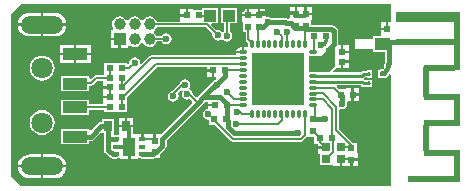
<source format=gtl>
%FSLAX44Y44*%
%MOMM*%
G71*
G01*
G75*
G04 Layer_Physical_Order=1*
G04 Layer_Color=255*
%ADD10C,0.3000*%
%ADD11C,0.4000*%
%ADD12R,1.0000X1.0000*%
%ADD13R,2.1000X1.0000*%
%ADD14R,0.6000X0.6000*%
%ADD15R,3.9400X0.5000*%
%ADD16R,0.5000X2.0000*%
%ADD17R,2.6400X0.5000*%
%ADD18R,4.9000X0.5000*%
%ADD19R,0.5000X5.0000*%
%ADD20R,4.9000X0.9000*%
%ADD21R,0.5000X2.7000*%
%ADD22R,2.2000X1.0500*%
%ADD23R,1.0500X1.0000*%
%ADD24R,0.7500X0.6500*%
%ADD25R,0.2500X0.4000*%
%ADD26O,0.7500X0.2800*%
%ADD27O,0.2800X0.7500*%
%ADD28R,4.5000X4.5000*%
%ADD29R,0.6000X0.3500*%
%ADD30R,1.0000X1.6000*%
%ADD31R,0.6000X0.6000*%
%ADD32R,0.7000X0.9000*%
%ADD33C,0.1500*%
%ADD34C,0.2500*%
%ADD35R,0.5000X0.2259*%
%ADD36R,0.1818X0.4999*%
%ADD37R,0.4999X0.3145*%
%ADD38R,0.2939X0.5000*%
%ADD39R,0.2119X0.5000*%
%ADD40R,0.5860X0.9000*%
%ADD41R,0.4872X0.5000*%
%ADD42R,0.4658X0.5000*%
%ADD43R,0.4997X0.1609*%
%ADD44R,0.3013X0.5000*%
%ADD45R,0.8000X0.3000*%
%ADD46R,0.1270X0.9398*%
%ADD47R,1.0000X0.1000*%
%ADD48R,0.1000X0.7000*%
%ADD49R,0.9000X0.3000*%
%ADD50R,0.2000X0.8000*%
%ADD51R,0.2000X0.7000*%
%ADD52R,0.2000X0.6000*%
%ADD53R,0.8000X0.2000*%
%ADD54R,1.2056X0.3999*%
%ADD55R,0.2000X1.1000*%
%ADD56R,1.0562X0.1836*%
%ADD57R,0.5334X0.2032*%
%ADD58C,1.8000*%
%ADD59O,3.6000X1.5000*%
%ADD60C,1.0000*%
%ADD61R,1.0000X1.0000*%
%ADD62C,0.6000*%
G36*
X2490017Y2539336D02*
X2492126Y2537084D01*
X2491531Y2536489D01*
X2491599Y2536421D01*
X2489976Y2535337D01*
X2488062Y2534956D01*
X2485776Y2538862D01*
X2485740Y2538898D01*
X2486600Y2539473D01*
X2487616Y2539675D01*
X2489078Y2539624D01*
Y2539725D01*
X2490017Y2539336D01*
D02*
G37*
G36*
X2495428Y2580898D02*
X2493126D01*
Y2575358D01*
X2492126D01*
Y2574358D01*
X2486586D01*
Y2569818D01*
D01*
Y2569818D01*
X2485752Y2568984D01*
X2480560D01*
Y2567000D01*
X2465000D01*
Y2558000D01*
X2480560D01*
Y2555984D01*
X2490091D01*
Y2546096D01*
X2490096Y2546072D01*
X2489835Y2544091D01*
X2489061Y2542222D01*
X2488334Y2541275D01*
X2487672Y2541298D01*
X2487490Y2541229D01*
X2487299Y2541267D01*
X2486284Y2541066D01*
X2486015Y2540886D01*
X2485699Y2540823D01*
X2484838Y2540248D01*
X2484745Y2540110D01*
X2484592Y2540046D01*
X2484469Y2539749D01*
Y2537881D01*
X2484716Y2537459D01*
Y2534020D01*
X2486814D01*
X2486955Y2533913D01*
X2487051Y2533769D01*
X2490329D01*
X2490561Y2533924D01*
X2490878Y2533987D01*
X2492501Y2535071D01*
X2492593Y2535209D01*
X2492747Y2535273D01*
X2492843Y2535505D01*
X2493274Y2535936D01*
X2493380Y2536191D01*
X2494016Y2536966D01*
X2495428Y2536461D01*
Y2532322D01*
X2495790Y2531960D01*
Y2526249D01*
X2495428Y2525887D01*
Y2441824D01*
X2182106D01*
X2173850Y2450080D01*
Y2587740D01*
X2182286Y2596176D01*
X2495428D01*
Y2580898D01*
D02*
G37*
%LPC*%
G36*
X2200026Y2552501D02*
X2197285Y2552140D01*
X2194731Y2551082D01*
X2192537Y2549399D01*
X2190854Y2547205D01*
X2189796Y2544651D01*
X2189435Y2541910D01*
X2189796Y2539169D01*
X2190854Y2536615D01*
X2192537Y2534421D01*
X2194731Y2532738D01*
X2197285Y2531680D01*
X2200026Y2531319D01*
X2202767Y2531680D01*
X2205321Y2532738D01*
X2207515Y2534421D01*
X2209198Y2536615D01*
X2210256Y2539169D01*
X2210617Y2541910D01*
X2210256Y2544651D01*
X2209198Y2547205D01*
X2207515Y2549399D01*
X2205321Y2551082D01*
X2202767Y2552140D01*
X2200026Y2552501D01*
D02*
G37*
G36*
X2241066Y2552910D02*
X2229026D01*
Y2546370D01*
X2241066D01*
Y2552910D01*
D02*
G37*
G36*
X2468376Y2525098D02*
X2463836D01*
Y2520558D01*
X2468376D01*
Y2525098D01*
D02*
G37*
G36*
X2459486Y2546498D02*
X2454946D01*
Y2541958D01*
X2459486D01*
Y2546498D01*
D02*
G37*
G36*
X2227026Y2552910D02*
X2214986D01*
Y2546370D01*
X2227026D01*
Y2552910D01*
D02*
G37*
G36*
X2343886Y2539132D02*
X2339346D01*
Y2534592D01*
X2343886D01*
Y2539132D01*
D02*
G37*
G36*
X2468376Y2518558D02*
X2463836D01*
Y2514018D01*
X2468376D01*
Y2518558D01*
D02*
G37*
G36*
X2467440Y2463520D02*
X2462900D01*
Y2458980D01*
X2467440D01*
Y2463520D01*
D02*
G37*
G36*
X2199026Y2469037D02*
X2189526D01*
X2186905Y2468692D01*
X2184463Y2467680D01*
X2182365Y2466071D01*
X2180756Y2463973D01*
X2179744Y2461531D01*
X2179531Y2459910D01*
X2199026D01*
Y2469037D01*
D02*
G37*
G36*
Y2457910D02*
X2179531D01*
X2179744Y2456289D01*
X2180756Y2453847D01*
X2182365Y2451749D01*
X2184463Y2450140D01*
X2186905Y2449128D01*
X2189526Y2448783D01*
X2199026D01*
Y2457910D01*
D02*
G37*
G36*
X2220521D02*
X2201026D01*
Y2448783D01*
X2210526D01*
X2213147Y2449128D01*
X2215589Y2450140D01*
X2217687Y2451749D01*
X2219296Y2453847D01*
X2220308Y2456289D01*
X2220521Y2457910D01*
D02*
G37*
G36*
X2270026Y2499928D02*
X2264986D01*
Y2493888D01*
X2270026D01*
Y2499928D01*
D02*
G37*
G36*
X2277066D02*
X2272026D01*
Y2493888D01*
X2277066D01*
Y2499928D01*
D02*
G37*
G36*
X2210526Y2469037D02*
X2201026D01*
Y2459910D01*
X2220521D01*
X2220308Y2461531D01*
X2219296Y2463973D01*
X2217687Y2466071D01*
X2215589Y2467680D01*
X2213147Y2468692D01*
X2210526Y2469037D01*
D02*
G37*
G36*
X2200026Y2506501D02*
X2197285Y2506140D01*
X2194731Y2505082D01*
X2192537Y2503399D01*
X2190854Y2501205D01*
X2189796Y2498651D01*
X2189435Y2495910D01*
X2189796Y2493169D01*
X2190854Y2490615D01*
X2192537Y2488421D01*
X2194731Y2486738D01*
X2197285Y2485680D01*
X2200026Y2485319D01*
X2202767Y2485680D01*
X2205321Y2486738D01*
X2207515Y2488421D01*
X2209198Y2490615D01*
X2210256Y2493169D01*
X2210617Y2495910D01*
X2210256Y2498651D01*
X2209198Y2501205D01*
X2207515Y2503399D01*
X2205321Y2505082D01*
X2202767Y2506140D01*
X2200026Y2506501D01*
D02*
G37*
G36*
X2227026Y2561450D02*
X2214986D01*
Y2554910D01*
X2227026D01*
Y2561450D01*
D02*
G37*
G36*
X2422000Y2593540D02*
X2416000D01*
Y2588000D01*
X2415000D01*
Y2587000D01*
X2409460D01*
Y2584837D01*
X2408263Y2583640D01*
X2408137Y2583573D01*
X2407014Y2584323D01*
X2405649Y2584595D01*
X2394047D01*
X2393044Y2585265D01*
X2391288Y2585614D01*
X2390114Y2585381D01*
X2389617Y2585788D01*
X2383414D01*
Y2586788D01*
X2382414D01*
Y2592328D01*
X2375524D01*
Y2586788D01*
X2374524D01*
Y2585788D01*
X2368984D01*
Y2581248D01*
X2370024D01*
Y2572288D01*
X2372230D01*
Y2566694D01*
X2372230Y2566694D01*
X2372230D01*
X2372405Y2565816D01*
X2372902Y2565072D01*
X2374543Y2563430D01*
Y2560400D01*
X2374137Y2559211D01*
X2372600Y2559517D01*
X2371250D01*
Y2555500D01*
X2370250D01*
Y2554500D01*
X2364082D01*
X2364178Y2554014D01*
X2363227Y2552854D01*
X2292162D01*
X2291284Y2552679D01*
X2290540Y2552182D01*
X2284115Y2545757D01*
X2282792Y2546464D01*
X2282846Y2546736D01*
X2282497Y2548492D01*
X2281502Y2549980D01*
X2280014Y2550975D01*
X2278258Y2551324D01*
X2276502Y2550975D01*
X2275014Y2549980D01*
X2274019Y2548492D01*
X2273670Y2546736D01*
X2273813Y2546018D01*
X2272653Y2545067D01*
X2271756Y2545438D01*
Y2546410D01*
X2262756D01*
D01*
D01*
X2262756Y2546410D01*
X2261756D01*
Y2546410D01*
X2252756D01*
Y2538282D01*
X2252756D01*
Y2536076D01*
X2245492D01*
X2244614Y2535901D01*
X2243870Y2535404D01*
X2241412Y2532946D01*
X2240026Y2533520D01*
Y2535410D01*
X2216026D01*
Y2522410D01*
X2240026D01*
Y2527170D01*
X2241174D01*
X2242052Y2527345D01*
X2242796Y2527842D01*
X2242796Y2527842D01*
X2242796Y2527842D01*
X2246442Y2531488D01*
X2251716D01*
Y2531194D01*
X2251716D01*
Y2526654D01*
X2257256D01*
Y2524654D01*
X2251716D01*
Y2520114D01*
Y2518526D01*
X2257256D01*
Y2516526D01*
X2251716D01*
Y2511986D01*
D01*
Y2511986D01*
X2250934Y2511204D01*
X2240026D01*
Y2515410D01*
X2216026D01*
Y2502410D01*
X2240026D01*
Y2506616D01*
X2252756D01*
Y2504898D01*
X2261756D01*
Y2504898D01*
X2261756D01*
X2261756Y2504898D01*
X2262756D01*
Y2504898D01*
X2271756D01*
Y2513026D01*
Y2517728D01*
X2297294Y2543266D01*
X2339346D01*
Y2541132D01*
X2344886D01*
Y2540132D01*
X2345886D01*
Y2534592D01*
X2346991D01*
X2347565Y2533206D01*
X2346647Y2532288D01*
X2346098Y2532179D01*
X2344610Y2531184D01*
X2343615Y2529696D01*
X2343506Y2529147D01*
X2334051Y2519691D01*
X2331574Y2517215D01*
X2330074D01*
X2327539Y2519750D01*
X2327589Y2520000D01*
X2327239Y2521756D01*
X2326245Y2523244D01*
X2324756Y2524239D01*
X2325119Y2526065D01*
X2325239Y2526244D01*
X2325589Y2528000D01*
X2325239Y2529756D01*
X2324245Y2531244D01*
X2322756Y2532239D01*
X2321000Y2532588D01*
X2319245Y2532239D01*
X2317756Y2531244D01*
X2316761Y2529756D01*
X2316575Y2528819D01*
X2310181Y2522425D01*
X2309245Y2522239D01*
X2307756Y2521244D01*
X2306761Y2519756D01*
X2306412Y2518000D01*
X2306761Y2516244D01*
X2307756Y2514756D01*
X2309245Y2513761D01*
X2311000Y2513412D01*
X2312756Y2513761D01*
X2314245Y2514756D01*
X2315239Y2516244D01*
X2315589Y2518000D01*
X2315239Y2519756D01*
X2314743Y2520499D01*
X2317725Y2523481D01*
X2319048Y2522774D01*
X2318881Y2521935D01*
X2318761Y2521756D01*
X2318412Y2520000D01*
X2318761Y2518244D01*
X2319756Y2516756D01*
X2321245Y2515761D01*
X2323000Y2515412D01*
X2324756Y2515761D01*
X2324926Y2515874D01*
X2326830Y2513970D01*
Y2512470D01*
X2300515Y2486156D01*
X2296276D01*
Y2480616D01*
X2294276D01*
Y2486156D01*
X2290402D01*
Y2486256D01*
X2285862D01*
Y2481966D01*
X2283862D01*
Y2486256D01*
X2279322D01*
Y2486006D01*
X2277066D01*
Y2491888D01*
X2264986D01*
Y2486294D01*
X2263826Y2485343D01*
X2262862Y2485535D01*
X2261026D01*
Y2486888D01*
X2261026D01*
Y2498888D01*
X2251026D01*
Y2496457D01*
X2249986D01*
X2248620Y2496185D01*
X2247463Y2495411D01*
X2241412Y2489361D01*
X2240026Y2489935D01*
Y2490410D01*
X2216026D01*
Y2477410D01*
X2240026D01*
Y2480341D01*
X2241008D01*
X2242374Y2480613D01*
X2243531Y2481387D01*
X2249640Y2487496D01*
X2251026Y2486922D01*
Y2486888D01*
X2252457D01*
Y2481966D01*
Y2472901D01*
X2252404Y2472635D01*
X2252676Y2471269D01*
X2253450Y2470112D01*
X2257119Y2466443D01*
X2257119Y2466443D01*
X2257119D01*
X2257119Y2466443D01*
X2257119D01*
X2257119Y2466443D01*
Y2466443D01*
Y2466443D01*
D01*
D01*
X2257119D01*
Y2466443D01*
X2258276Y2465669D01*
X2259642Y2465397D01*
X2262862D01*
X2264228Y2465669D01*
X2264298Y2465716D01*
X2266322D01*
Y2464926D01*
X2272862D01*
Y2475466D01*
X2274862D01*
Y2464926D01*
X2281402D01*
Y2465716D01*
X2283426D01*
X2283496Y2465669D01*
X2284862Y2465397D01*
X2293626D01*
X2294992Y2465669D01*
X2295661Y2466116D01*
X2299776D01*
Y2469120D01*
X2304299Y2473643D01*
X2305073Y2474801D01*
X2305345Y2476166D01*
Y2480892D01*
X2334375Y2509923D01*
X2334375Y2509923D01*
X2334375Y2509923D01*
X2338052Y2513599D01*
X2340616D01*
Y2511668D01*
X2346156D01*
Y2509668D01*
X2340616D01*
Y2507611D01*
X2338986Y2507287D01*
X2337498Y2506292D01*
X2336503Y2504804D01*
X2336154Y2503048D01*
X2336503Y2501292D01*
X2337498Y2499804D01*
X2338986Y2498809D01*
X2340742Y2498460D01*
X2341402Y2497918D01*
Y2494230D01*
X2346323D01*
X2360125Y2480428D01*
X2360125Y2480428D01*
X2360869Y2479931D01*
X2360869Y2479931D01*
X2360869Y2479931D01*
D01*
X2360869Y2479931D01*
X2360869Y2479931D01*
X2361747Y2479756D01*
X2419117D01*
X2419995Y2479931D01*
X2420739Y2480428D01*
X2420739Y2480428D01*
X2420739Y2480428D01*
X2423814Y2483503D01*
X2423891Y2483618D01*
X2430024D01*
Y2477442D01*
X2433974D01*
Y2475854D01*
X2440264D01*
Y2473854D01*
X2433974D01*
Y2469064D01*
X2435014D01*
Y2460104D01*
X2445514D01*
Y2460104D01*
X2445934D01*
X2446974Y2459064D01*
Y2459064D01*
X2452264D01*
Y2464854D01*
X2454264D01*
Y2459064D01*
X2456360D01*
Y2458980D01*
X2460900D01*
Y2464520D01*
X2461900D01*
Y2465520D01*
X2467440D01*
Y2470060D01*
X2466400D01*
Y2479020D01*
X2463264D01*
X2451494Y2490790D01*
Y2506367D01*
X2452654Y2507318D01*
X2453772Y2507096D01*
X2455528Y2507445D01*
X2457016Y2508440D01*
X2458011Y2509928D01*
X2458360Y2511684D01*
X2458127Y2512858D01*
X2459078Y2514018D01*
X2461836D01*
Y2519558D01*
Y2525098D01*
X2457296D01*
Y2524058D01*
X2451580D01*
X2449308Y2526330D01*
X2449882Y2527716D01*
X2469589D01*
X2470267Y2527037D01*
X2470267Y2527037D01*
X2470267D01*
X2470267Y2527037D01*
X2470267D01*
X2470267Y2527037D01*
Y2527037D01*
Y2527037D01*
D01*
D01*
X2470267D01*
Y2527037D01*
X2471177Y2526430D01*
X2472250Y2526216D01*
X2474716D01*
Y2526020D01*
X2479216D01*
Y2527437D01*
X2479459Y2527801D01*
Y2530239D01*
X2479216Y2530603D01*
Y2532020D01*
X2474716D01*
Y2531824D01*
X2473411D01*
X2472733Y2532502D01*
X2472733Y2532503D01*
Y2533537D01*
X2473411Y2534216D01*
X2474716D01*
Y2534020D01*
X2479216D01*
Y2535437D01*
X2479463Y2535808D01*
Y2538232D01*
X2479216Y2538602D01*
Y2540020D01*
X2474716D01*
Y2539824D01*
X2472250D01*
X2471177Y2539610D01*
X2470267Y2539003D01*
X2469588Y2538324D01*
X2446822D01*
X2446248Y2539709D01*
X2448496Y2541958D01*
X2452946D01*
Y2547498D01*
X2453946D01*
Y2548498D01*
X2459486D01*
Y2550086D01*
Y2554626D01*
X2453946D01*
Y2555626D01*
X2452946D01*
Y2561166D01*
X2451502D01*
X2450551Y2562325D01*
X2450553Y2562334D01*
Y2573284D01*
X2450281Y2574649D01*
X2449507Y2575807D01*
X2447457Y2577857D01*
X2446299Y2578631D01*
X2444934Y2578903D01*
X2427500D01*
Y2582460D01*
X2428540D01*
Y2587000D01*
X2423000D01*
Y2588000D01*
X2422000D01*
Y2593540D01*
D02*
G37*
G36*
X2321534Y2592154D02*
X2316994D01*
Y2587614D01*
X2321534D01*
Y2592154D01*
D02*
G37*
G36*
X2199026Y2589037D02*
X2189526D01*
X2186905Y2588692D01*
X2184463Y2587680D01*
X2182365Y2586071D01*
X2180756Y2583973D01*
X2179744Y2581531D01*
X2179531Y2579910D01*
X2199026D01*
Y2589037D01*
D02*
G37*
G36*
X2210526D02*
X2201026D01*
Y2579910D01*
X2220521D01*
X2220308Y2581531D01*
X2219296Y2583973D01*
X2217687Y2586071D01*
X2215589Y2587680D01*
X2213147Y2588692D01*
X2210526Y2589037D01*
D02*
G37*
G36*
X2414000Y2593540D02*
X2409460D01*
Y2589000D01*
X2414000D01*
Y2593540D01*
D02*
G37*
G36*
X2428540D02*
X2424000D01*
Y2589000D01*
X2428540D01*
Y2593540D01*
D02*
G37*
G36*
X2373524Y2592328D02*
X2368984D01*
Y2587788D01*
X2373524D01*
Y2592328D01*
D02*
G37*
G36*
X2388954D02*
X2384414D01*
Y2587788D01*
X2388954D01*
Y2592328D01*
D02*
G37*
G36*
X2491126Y2580898D02*
X2486586D01*
Y2576358D01*
X2491126D01*
Y2580898D01*
D02*
G37*
G36*
X2264558Y2565548D02*
X2258018D01*
Y2559008D01*
X2264558D01*
Y2565548D01*
D02*
G37*
G36*
X2459486Y2561166D02*
X2454946D01*
Y2556626D01*
X2459486D01*
Y2561166D01*
D02*
G37*
G36*
X2369250Y2559517D02*
X2367900D01*
X2366363Y2559211D01*
X2365059Y2558341D01*
X2364189Y2557037D01*
X2364082Y2556500D01*
X2369250D01*
Y2559517D01*
D02*
G37*
G36*
X2241066Y2561450D02*
X2229026D01*
Y2554910D01*
X2241066D01*
Y2561450D01*
D02*
G37*
G36*
X2364640Y2592860D02*
X2351640D01*
Y2579860D01*
X2354196D01*
Y2572967D01*
X2353522Y2572517D01*
X2352051Y2572809D01*
X2351860Y2573094D01*
X2350372Y2574089D01*
X2348616Y2574438D01*
X2347495Y2574215D01*
X2343236Y2578474D01*
X2343810Y2579860D01*
X2348640D01*
Y2592860D01*
X2335640D01*
Y2591114D01*
X2328074D01*
Y2592154D01*
X2323534D01*
Y2586614D01*
X2322534D01*
Y2585614D01*
X2316994D01*
Y2581404D01*
X2297101D01*
X2296636Y2582526D01*
X2295594Y2583884D01*
X2294236Y2584926D01*
X2292655Y2585581D01*
X2290958Y2585804D01*
X2289261Y2585581D01*
X2287680Y2584926D01*
X2286322Y2583884D01*
X2285358Y2582627D01*
X2283858D01*
X2282894Y2583884D01*
X2281536Y2584926D01*
X2279955Y2585581D01*
X2278258Y2585804D01*
X2276561Y2585581D01*
X2274980Y2584926D01*
X2273622Y2583884D01*
X2272658Y2582627D01*
X2271158D01*
X2270194Y2583884D01*
X2268836Y2584926D01*
X2267255Y2585581D01*
X2265558Y2585804D01*
X2263861Y2585581D01*
X2262280Y2584926D01*
X2260922Y2583884D01*
X2259880Y2582526D01*
X2259225Y2580945D01*
X2259002Y2579248D01*
X2259225Y2577551D01*
X2259880Y2575970D01*
X2260292Y2575433D01*
X2259629Y2574088D01*
X2258018D01*
Y2567548D01*
X2265558D01*
Y2566548D01*
X2266558D01*
Y2559008D01*
X2273098D01*
Y2560619D01*
X2274443Y2561282D01*
X2274980Y2560870D01*
X2276561Y2560215D01*
X2278258Y2559992D01*
X2279955Y2560215D01*
X2281536Y2560870D01*
X2282894Y2561912D01*
X2283858Y2563169D01*
X2285358D01*
X2286322Y2561912D01*
X2287680Y2560870D01*
X2289261Y2560215D01*
X2290958Y2559992D01*
X2292655Y2560215D01*
X2294236Y2560870D01*
X2295594Y2561912D01*
X2296636Y2563270D01*
X2297231Y2564706D01*
X2301121D01*
X2301756Y2563756D01*
X2303244Y2562761D01*
X2305000Y2562412D01*
X2306756Y2562761D01*
X2308244Y2563756D01*
X2309239Y2565244D01*
X2309588Y2567000D01*
X2309239Y2568756D01*
X2308244Y2570244D01*
X2306756Y2571239D01*
X2305000Y2571588D01*
X2303244Y2571239D01*
X2301756Y2570244D01*
X2301121Y2569294D01*
X2296856D01*
X2296636Y2569826D01*
X2295594Y2571184D01*
X2294337Y2572148D01*
Y2573648D01*
X2295594Y2574612D01*
X2296636Y2575970D01*
X2296986Y2576816D01*
X2338406D01*
X2344251Y2570971D01*
X2344028Y2569850D01*
X2344377Y2568094D01*
X2345372Y2566606D01*
X2346860Y2565611D01*
X2348616Y2565262D01*
X2350372Y2565611D01*
X2351584Y2566421D01*
X2353055Y2566129D01*
X2353246Y2565844D01*
X2354734Y2564849D01*
X2356490Y2564500D01*
X2358246Y2564849D01*
X2359734Y2565844D01*
X2360729Y2567332D01*
X2361078Y2569088D01*
X2360729Y2570844D01*
X2359734Y2572332D01*
X2358784Y2572967D01*
Y2579860D01*
X2364640D01*
Y2592860D01*
D02*
G37*
G36*
X2220521Y2577910D02*
X2201026D01*
Y2568783D01*
X2210526D01*
X2213147Y2569128D01*
X2215589Y2570140D01*
X2217687Y2571749D01*
X2219296Y2573847D01*
X2220308Y2576289D01*
X2220521Y2577910D01*
D02*
G37*
G36*
X2199026D02*
X2179531D01*
X2179744Y2576289D01*
X2180756Y2573847D01*
X2182365Y2571749D01*
X2184463Y2570140D01*
X2186905Y2569128D01*
X2189526Y2568783D01*
X2199026D01*
Y2577910D01*
D02*
G37*
%LPD*%
G36*
X2447930Y2558420D02*
Y2543688D01*
X2442850Y2538608D01*
X2425832D01*
X2426086Y2552070D01*
X2436246D01*
X2440056Y2555880D01*
Y2558674D01*
X2447676D01*
X2447930Y2558420D01*
D02*
G37*
D10*
X2436246Y2561214D02*
G03*
X2440484Y2565452I0J4238D01*
G01*
X2414402Y2586534D02*
X2422784D01*
X2273862Y2479466D02*
Y2492888D01*
X2262862Y2475466D02*
X2273862D01*
X2385018Y2588392D02*
X2414402D01*
X2532512Y2542926D02*
X2535803Y2542496D01*
X2524638Y2535814D02*
X2525104Y2529995D01*
X2551054Y2574676D02*
X2551504Y2564996D01*
X2551562Y2542164D01*
X2551504Y2564996D02*
X2551562Y2570358D01*
X2271026Y2492888D02*
X2273862D01*
X2383414Y2586788D02*
X2385018Y2588392D01*
X2273862Y2475466D02*
Y2479466D01*
D11*
X2490348Y2538100D02*
G03*
X2493660Y2546096I-7996J7996D01*
G01*
X2414402Y2576280D02*
X2422530D01*
X2410902Y2579780D02*
X2414402Y2576280D01*
X2336574Y2517168D02*
X2354886Y2535480D01*
X2493660Y2546096D02*
Y2564262D01*
X2228026Y2483910D02*
X2241008D01*
X2225026D02*
X2228026D01*
X2301776Y2482370D02*
X2331852Y2512446D01*
X2357500Y2492308D02*
X2362508Y2487300D01*
X2357500Y2492308D02*
Y2497132D01*
X2355902Y2498730D02*
X2357500Y2497132D01*
X2453772Y2511684D02*
Y2518622D01*
X2443946Y2555626D02*
Y2559296D01*
X2493660Y2564262D02*
X2523925D01*
X2331852Y2512446D02*
X2336574Y2517168D01*
X2356156Y2498984D02*
Y2510668D01*
X2362508Y2487300D02*
X2416942D01*
X2422530Y2576280D02*
X2422784Y2576534D01*
X2429468Y2499238D02*
X2439548D01*
X2452836Y2519558D02*
X2453772Y2518622D01*
X2355902Y2498730D02*
X2356156Y2498984D01*
X2443946Y2547498D02*
Y2555626D01*
X2422833Y2576485D02*
X2423984Y2575334D01*
X2443946Y2559296D02*
X2446984Y2562334D01*
Y2573284D01*
X2444934Y2575334D02*
X2446984Y2573284D01*
X2423984Y2575334D02*
X2444934D01*
X2383414Y2576788D02*
X2387050D01*
X2391288Y2581026D01*
X2354886Y2535480D02*
Y2540132D01*
X2336574Y2517168D02*
X2350606D01*
X2356156Y2510668D02*
Y2511618D01*
X2350606Y2517168D02*
X2356156Y2511618D01*
X2301776Y2476166D02*
Y2482370D01*
X2296226Y2470616D02*
X2301776Y2476166D01*
X2295276Y2470616D02*
X2296226D01*
X2293626Y2468966D02*
X2295276Y2470616D01*
X2284862Y2468966D02*
X2293626D01*
X2249986Y2492888D02*
X2256026D01*
X2241008Y2483910D02*
X2249986Y2492888D01*
X2256026D02*
Y2493904D01*
Y2481966D02*
Y2492888D01*
X2255973Y2472635D02*
X2259642Y2468966D01*
X2256026Y2481966D02*
X2262862D01*
X2256026Y2472688D02*
Y2481966D01*
X2255973Y2472635D02*
X2256026Y2472688D01*
X2259642Y2468966D02*
X2262862D01*
X2391288Y2581026D02*
X2405649D01*
X2406895Y2579780D01*
X2410902D01*
D12*
X2342140Y2586360D02*
D03*
X2358140D02*
D03*
D13*
X2228026Y2553910D02*
D03*
Y2528910D02*
D03*
Y2508910D02*
D03*
Y2483910D02*
D03*
D14*
X2415000Y2588000D02*
D03*
Y2578000D02*
D03*
X2295276Y2470616D02*
D03*
Y2480616D02*
D03*
X2461900Y2474520D02*
D03*
Y2464520D02*
D03*
X2429388Y2499158D02*
D03*
Y2489158D02*
D03*
X2492126Y2565358D02*
D03*
Y2575358D02*
D03*
X2423000Y2578000D02*
D03*
Y2588000D02*
D03*
X2374524Y2576788D02*
D03*
Y2586788D02*
D03*
X2383414Y2576788D02*
D03*
Y2586788D02*
D03*
D15*
X2529303Y2448497D02*
D03*
D16*
X2525104Y2529995D02*
D03*
X2525103Y2482996D02*
D03*
D17*
X2535803Y2542496D02*
D03*
X2535803Y2517495D02*
D03*
X2535803Y2470496D02*
D03*
X2535803Y2495497D02*
D03*
D18*
X2524500Y2564500D02*
D03*
D19*
X2551504Y2564996D02*
D03*
D20*
X2524503Y2585497D02*
D03*
D21*
X2551503Y2506496D02*
D03*
X2551503Y2459497D02*
D03*
D22*
X2472060Y2547734D02*
D03*
Y2577234D02*
D03*
D23*
X2487310Y2562484D02*
D03*
D24*
X2440264Y2464854D02*
D03*
X2453264D02*
D03*
X2440264Y2474854D02*
D03*
X2453264D02*
D03*
D25*
X2476966Y2537020D02*
D03*
Y2529020D02*
D03*
X2481966Y2537020D02*
D03*
Y2529020D02*
D03*
X2486966Y2537020D02*
D03*
Y2529020D02*
D03*
D26*
X2370250Y2555500D02*
D03*
Y2550500D02*
D03*
Y2545500D02*
D03*
Y2540500D02*
D03*
Y2535500D02*
D03*
Y2530500D02*
D03*
Y2525500D02*
D03*
Y2520500D02*
D03*
X2370250Y2515500D02*
D03*
X2370250Y2510500D02*
D03*
X2429750D02*
D03*
X2429750Y2515500D02*
D03*
X2429750Y2520500D02*
D03*
Y2525500D02*
D03*
Y2530500D02*
D03*
Y2535500D02*
D03*
Y2540500D02*
D03*
Y2545500D02*
D03*
Y2550500D02*
D03*
Y2555500D02*
D03*
D27*
X2377500Y2503250D02*
D03*
X2382500D02*
D03*
X2387500D02*
D03*
X2392500D02*
D03*
X2397500D02*
D03*
X2402500D02*
D03*
X2407500D02*
D03*
X2412500D02*
D03*
X2417500Y2503250D02*
D03*
X2422500Y2503250D02*
D03*
Y2562750D02*
D03*
X2417500Y2562750D02*
D03*
X2412500Y2562750D02*
D03*
X2407500D02*
D03*
X2402500D02*
D03*
X2397500D02*
D03*
X2392500D02*
D03*
X2387500D02*
D03*
X2382500D02*
D03*
X2377500D02*
D03*
D28*
X2400000Y2533000D02*
D03*
D29*
X2284862Y2468966D02*
D03*
X2262862D02*
D03*
X2284862Y2475466D02*
D03*
Y2481966D02*
D03*
X2262862Y2475466D02*
D03*
Y2481966D02*
D03*
D30*
X2273862Y2475466D02*
D03*
D31*
X2257256Y2541910D02*
D03*
X2267256D02*
D03*
X2267256Y2509398D02*
D03*
X2257256D02*
D03*
X2267256Y2517526D02*
D03*
X2257256D02*
D03*
X2267256Y2525654D02*
D03*
X2257256D02*
D03*
X2267256Y2533782D02*
D03*
X2257256D02*
D03*
X2322534Y2586614D02*
D03*
X2332534D02*
D03*
X2354886Y2540132D02*
D03*
X2344886D02*
D03*
X2356156Y2510668D02*
D03*
X2346156D02*
D03*
X2355902Y2498730D02*
D03*
X2345902D02*
D03*
X2445564Y2482982D02*
D03*
X2435564D02*
D03*
X2452836Y2519558D02*
D03*
X2462836D02*
D03*
X2443946Y2547498D02*
D03*
X2453946D02*
D03*
X2443946Y2555626D02*
D03*
X2453946D02*
D03*
X2440484Y2568834D02*
D03*
X2430484D02*
D03*
D32*
X2271026Y2492888D02*
D03*
X2256026D02*
D03*
D33*
X2414402Y2586534D02*
Y2588392D01*
X2339356Y2579110D02*
X2348616Y2569850D01*
X2291096Y2579110D02*
X2339356D01*
X2290958Y2579248D02*
X2291096Y2579110D01*
X2342140Y2586360D02*
X2342640D01*
X2332788D02*
X2342140D01*
X2430658Y2500428D02*
Y2510560D01*
X2323522Y2520522D02*
X2331598Y2512446D01*
X2284862Y2481966D02*
X2293926D01*
X2225580Y2529464D02*
X2241174D01*
X2369249Y2502735D02*
X2377833D01*
X2402971Y2502953D02*
X2402995Y2502993D01*
X2402833Y2502735D02*
X2402971Y2502953D01*
X2228026Y2508910D02*
X2256768D01*
X2225026D02*
X2228026D01*
X2399000Y2573000D02*
X2403000Y2569000D01*
Y2563250D02*
Y2569000D01*
X2407000Y2563250D02*
Y2573000D01*
X2291410Y2567000D02*
X2305000D01*
X2320457Y2528544D02*
X2321000Y2528000D01*
X2319544Y2528544D02*
X2320457D01*
X2311000Y2520000D02*
X2319544Y2528544D01*
X2311000Y2518000D02*
Y2520000D01*
X2323000Y2520000D02*
Y2521044D01*
X2290958Y2566548D02*
X2291410Y2567000D01*
X2296344Y2545560D02*
X2370008D01*
X2292162Y2550560D02*
X2370008D01*
X2268310Y2517526D02*
X2296344Y2545560D01*
X2267256Y2525654D02*
X2292162Y2550560D01*
X2345902Y2497895D02*
X2361747Y2482050D01*
X2419117D01*
X2345902Y2497895D02*
Y2498730D01*
X2364000Y2495000D02*
X2400000D01*
X2403000Y2498000D01*
X2340742Y2503048D02*
X2345902Y2498730D01*
X2340742Y2503048D02*
Y2503556D01*
X2414402Y2586280D02*
Y2586534D01*
X2374524Y2586788D02*
X2383414D01*
X2331598Y2512446D02*
X2331852D01*
X2461566Y2464854D02*
X2461900Y2464520D01*
X2453264Y2464854D02*
X2461566D01*
X2429388Y2489158D02*
X2435564Y2482982D01*
Y2479554D02*
Y2482982D01*
Y2479554D02*
X2440264Y2474854D01*
X2248540Y2525654D02*
X2257256D01*
X2249048Y2517526D02*
X2257256D01*
Y2525654D01*
Y2541910D02*
X2257256Y2541910D01*
X2257256Y2533782D02*
Y2541910D01*
X2267256Y2541910D02*
X2273432D01*
X2278258Y2546736D01*
X2356156Y2510668D02*
X2369900D01*
X2365126Y2504826D02*
X2367158D01*
X2369249Y2502735D01*
X2369900Y2510668D02*
X2370008Y2510560D01*
X2362774Y2515560D02*
X2370008D01*
X2356744Y2521590D02*
X2362774Y2515560D01*
X2440484Y2565452D02*
Y2568834D01*
X2332534Y2586614D02*
X2332788Y2586360D01*
X2356490Y2569088D02*
Y2585210D01*
X2357640Y2586360D01*
X2355314Y2540560D02*
X2370008D01*
X2354886Y2540132D02*
X2355314Y2540560D01*
X2422192Y2485125D02*
Y2502094D01*
X2422833Y2502735D01*
X2419117Y2482050D02*
X2422192Y2485125D01*
X2293926Y2481966D02*
X2295276Y2480616D01*
X2382833Y2576207D02*
X2383414Y2576788D01*
X2382833Y2563385D02*
Y2576207D01*
X2429468Y2499238D02*
X2430658Y2500428D01*
X2429388Y2499158D02*
X2429468Y2499238D01*
X2446834Y2525560D02*
X2452836Y2519558D01*
X2437530Y2520560D02*
X2449200Y2508890D01*
X2437704Y2515560D02*
X2445564Y2507700D01*
X2449200Y2489840D02*
Y2508890D01*
X2430484Y2555734D02*
Y2568834D01*
Y2555734D02*
X2430658Y2555560D01*
X2445564Y2482982D02*
Y2507700D01*
X2449200Y2489840D02*
X2461900Y2477140D01*
Y2474520D02*
Y2477140D01*
X2461566Y2474854D02*
X2461900Y2474520D01*
X2453264Y2474854D02*
X2461566D01*
X2445564Y2482982D02*
X2446264Y2482282D01*
Y2470672D02*
Y2482282D01*
X2440446Y2464854D02*
X2446264Y2470672D01*
X2440264Y2464854D02*
X2440446D01*
X2267256Y2517526D02*
X2268310D01*
X2267256Y2533782D02*
X2268310D01*
X2245492D02*
X2257256D01*
X2241174Y2529464D02*
X2245492Y2533782D01*
X2225026Y2528910D02*
X2225580Y2529464D01*
X2267256Y2525654D02*
Y2533782D01*
Y2509398D02*
Y2517526D01*
X2256768Y2508910D02*
X2257256Y2509398D01*
X2374524Y2566694D02*
Y2576788D01*
Y2566694D02*
X2377833Y2563385D01*
X2422784Y2576534D02*
X2422833Y2576485D01*
Y2563385D02*
Y2576485D01*
X2403000Y2498000D02*
Y2503000D01*
X2402995Y2502993D02*
X2403000Y2503000D01*
X2430658Y2515560D02*
X2437704D01*
X2430658Y2520560D02*
X2437530D01*
X2430658Y2525560D02*
X2446834D01*
D34*
X2472250Y2529020D02*
X2476966D01*
X2470750Y2530520D02*
X2472250Y2529020D01*
X2470750Y2535520D02*
X2472250Y2537020D01*
X2476966D01*
X2430658Y2530520D02*
X2470750D01*
X2430658Y2535520D02*
X2470750D01*
D35*
X2525107Y2492992D02*
D03*
D36*
X2548903Y2448489D02*
D03*
D37*
X2525103Y2540870D02*
D03*
X2525103Y2519429D02*
D03*
D38*
X2548690Y2542499D02*
D03*
D39*
X2548702Y2564498D02*
D03*
D40*
X2548372Y2585501D02*
D03*
D41*
X2548620Y2517501D02*
D03*
D42*
X2548340Y2495500D02*
D03*
D43*
X2525102Y2472989D02*
D03*
D44*
X2549369Y2470500D02*
D03*
D45*
X2548000Y2585500D02*
D03*
D46*
X2525273Y2538481D02*
D03*
D47*
X2547000Y2448500D02*
D03*
D48*
X2551500Y2451500D02*
D03*
D49*
X2547500Y2470500D02*
D03*
Y2495500D02*
D03*
D50*
X2551000Y2467000D02*
D03*
D51*
X2525000Y2473500D02*
D03*
X2551000Y2497500D02*
D03*
Y2514500D02*
D03*
D52*
X2525000Y2492000D02*
D03*
D53*
X2528000Y2496000D02*
D03*
D54*
X2545028Y2517000D02*
D03*
D55*
X2525000Y2521500D02*
D03*
D56*
X2546281Y2543082D02*
D03*
D57*
X2527305Y2542164D02*
D03*
D58*
X2200026Y2495910D02*
D03*
Y2541910D02*
D03*
D59*
Y2458910D02*
D03*
Y2578910D02*
D03*
D60*
X2290958Y2579248D02*
D03*
Y2566548D02*
D03*
X2278258Y2579248D02*
D03*
Y2566548D02*
D03*
X2265558Y2579248D02*
D03*
D61*
Y2566548D02*
D03*
D62*
X2228000Y2542000D02*
D03*
X2210000Y2554000D02*
D03*
X2228000Y2565000D02*
D03*
X2183000Y2482000D02*
D03*
X2182000Y2551000D02*
D03*
X2502636Y2585478D02*
D03*
X2481966Y2544270D02*
D03*
X2491466Y2530020D02*
D03*
X2481966Y2521770D02*
D03*
X2385000Y2548000D02*
D03*
X2395000Y2548000D02*
D03*
X2405000D02*
D03*
X2415000Y2548000D02*
D03*
X2385000Y2538000D02*
D03*
X2395000D02*
D03*
X2405000D02*
D03*
X2415000D02*
D03*
X2385000Y2528000D02*
D03*
X2395000D02*
D03*
X2405000D02*
D03*
X2415000D02*
D03*
X2385000Y2518000D02*
D03*
X2395000Y2518000D02*
D03*
X2405000D02*
D03*
X2415000Y2518000D02*
D03*
X2273862Y2471466D02*
D03*
Y2479466D02*
D03*
X2399000Y2573000D02*
D03*
X2391288Y2581026D02*
D03*
X2407000Y2573000D02*
D03*
X2305000Y2567000D02*
D03*
X2321000Y2528000D02*
D03*
X2311000Y2518000D02*
D03*
X2303404Y2588900D02*
D03*
X2322962Y2536322D02*
D03*
X2488000Y2589000D02*
D03*
X2323000Y2520000D02*
D03*
X2340000Y2489000D02*
D03*
X2356744Y2521590D02*
D03*
X2340742Y2503048D02*
D03*
X2365126Y2504826D02*
D03*
X2392499Y2474999D02*
D03*
X2377499D02*
D03*
X2364000Y2495000D02*
D03*
X2482499Y2504999D02*
D03*
X2474999Y2489999D02*
D03*
X2482499Y2474999D02*
D03*
X2474999Y2459999D02*
D03*
X2467499Y2504999D02*
D03*
X2459999Y2489999D02*
D03*
X2429999Y2459999D02*
D03*
X2422499Y2474999D02*
D03*
X2414999Y2459999D02*
D03*
X2407499Y2474999D02*
D03*
X2399999Y2459999D02*
D03*
X2384999D02*
D03*
X2369999D02*
D03*
X2362499Y2474999D02*
D03*
X2354999Y2459999D02*
D03*
X2347499Y2474999D02*
D03*
X2339999Y2459999D02*
D03*
X2332499Y2564999D02*
D03*
X2324999Y2489999D02*
D03*
X2332499Y2474999D02*
D03*
X2324999Y2459999D02*
D03*
X2317499Y2474999D02*
D03*
X2309999Y2459999D02*
D03*
X2294999Y2519999D02*
D03*
X2302499Y2504999D02*
D03*
X2294999Y2489999D02*
D03*
Y2459999D02*
D03*
X2279999Y2519999D02*
D03*
X2287499Y2504999D02*
D03*
X2279999Y2459999D02*
D03*
X2264999Y2549999D02*
D03*
Y2459999D02*
D03*
X2249999Y2579999D02*
D03*
Y2549999D02*
D03*
Y2459999D02*
D03*
X2234999Y2579999D02*
D03*
X2242499Y2564999D02*
D03*
Y2474999D02*
D03*
X2234999Y2459999D02*
D03*
X2204999Y2519999D02*
D03*
X2189999D02*
D03*
X2321692Y2565278D02*
D03*
X2478156Y2588392D02*
D03*
X2467742D02*
D03*
X2457836D02*
D03*
X2448438D02*
D03*
X2439548D02*
D03*
X2311532Y2588646D02*
D03*
X2254128Y2587884D02*
D03*
X2242698D02*
D03*
X2230252Y2588646D02*
D03*
X2220600Y2588392D02*
D03*
X2220854Y2449962D02*
D03*
X2232000Y2449000D02*
D03*
X2243206Y2449200D02*
D03*
X2253620D02*
D03*
X2264542D02*
D03*
X2273686Y2449708D02*
D03*
X2287148D02*
D03*
X2298070Y2449200D02*
D03*
X2307468Y2448946D02*
D03*
X2318898D02*
D03*
X2327280Y2449454D02*
D03*
X2337948Y2449962D02*
D03*
X2348108D02*
D03*
X2358776D02*
D03*
X2369190D02*
D03*
X2380366D02*
D03*
X2393066D02*
D03*
X2404242D02*
D03*
X2414148D02*
D03*
X2424308D02*
D03*
X2435230D02*
D03*
X2445390D02*
D03*
X2457328Y2450216D02*
D03*
X2470536Y2450470D02*
D03*
X2481966D02*
D03*
X2491110Y2449962D02*
D03*
X2490602Y2458852D02*
D03*
Y2467488D02*
D03*
X2491110Y2475616D02*
D03*
Y2485522D02*
D03*
Y2495174D02*
D03*
Y2504826D02*
D03*
Y2513208D02*
D03*
X2431928Y2586360D02*
D03*
X2368984Y2592328D02*
D03*
X2248540Y2525654D02*
D03*
X2249048Y2517526D02*
D03*
X2278258Y2546736D02*
D03*
X2436246Y2561214D02*
D03*
X2348616Y2569850D02*
D03*
X2356490Y2569088D02*
D03*
X2347854Y2527940D02*
D03*
X2416942Y2487300D02*
D03*
X2453772Y2511684D02*
D03*
X2439548Y2499238D02*
D03*
M02*

</source>
